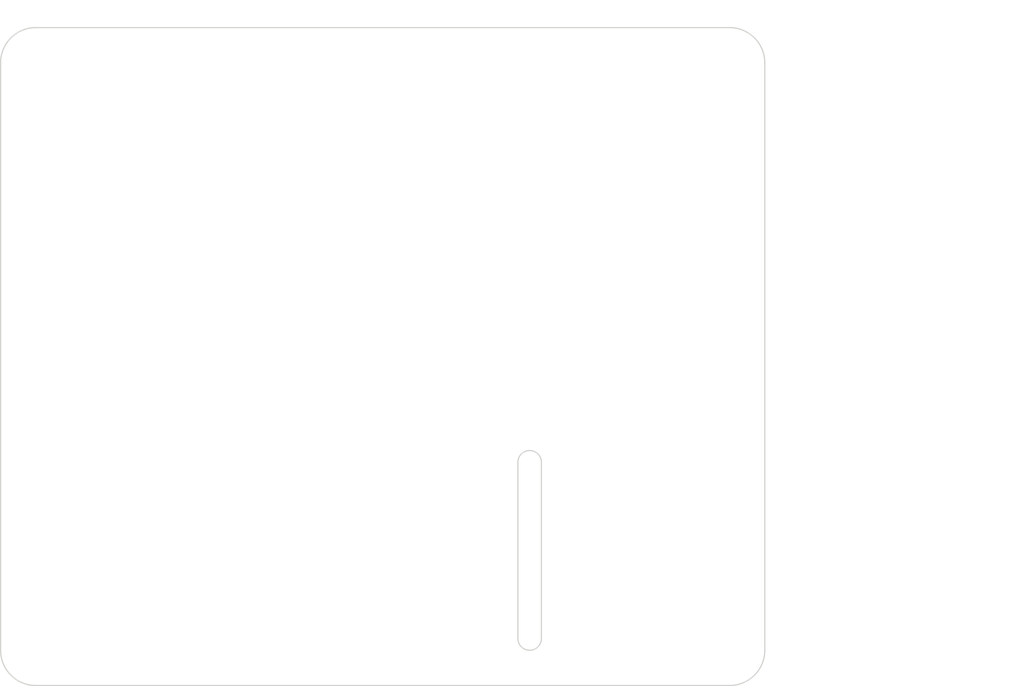
<source format=kicad_pcb>
(kicad_pcb (version 20211014) (generator pcbnew)
  (title_block (title "ArduPi") (date "2022-06-17") (rev "0.1.1") (comment 1 "Author: Muhammad Hefny") (comment 2 "Author: Shaun Lloyd") (comment 3 "License: Attribution-ShareAlike 4.0 International (CC BY-SA 4.0) "))
  (layers (0 "F.Cu" signal) (31 "B.Cu" signal) (34 "B.Paste" user) (35 "F.Paste" user) (36 "B.SilkS" user "B.Silkscreen") (37 "F.SilkS" user "F.Silkscreen") (38 "B.Mask" user) (39 "F.Mask" user) (44 "Edge.Cuts" user))
  (net 0 "")
  (footprint "MountingHole:MountingHole_2.7mm_M2.5" (layer "F.Cu") (at 161.5 47.5)
    (fp_text reference "MH2" hide)
    (fp_text value "MountingHole_2.7mm_M2.5" hide)
    (pad "" np_thru_hole circle locked (at 0 0) (size 2.7 2.7) (drill 2.7) (layers *.Cu *.Mask))
  )
  (footprint "MountingHole:MountingHole_2.7mm_M2.5" (layer "F.Cu") (at 103.5 96.5)
    (fp_text reference "MH3" hide)
    (fp_text value "MountingHole_2.7mm_M2.5" hide)
    (pad "" np_thru_hole circle locked (at 0 0) (size 2.7 2.7) (drill 2.7) (layers *.Cu *.Mask))
  )
  (footprint "MountingHole:MountingHole_2.7mm_M2.5" (layer "F.Cu") (at 103.5 47.5)
    (fp_text reference "MH1" hide)
    (fp_text value "MountingHole_2.7mm_M2.5" hide)
    (pad "" np_thru_hole circle locked (at 0 0) (size 2.7 2.7) (drill 2.7) (layers *.Cu *.Mask))
  )
  (footprint "MountingHole:MountingHole_2.7mm_M2.5" (layer "F.Cu") (at 161.5 96.5)
    (fp_text reference "MH4" hide)
    (fp_text value "MountingHole_2.7mm_M2.5" hide)
    (pad "" np_thru_hole circle locked (at 0 0) (size 2.7 2.7) (drill 2.7) (layers *.Cu *.Mask))
  )
  (gr_arc (start 162 44) (mid 164.12132 44.87868) (end 165 47) (layer "Edge.Cuts") (width 0.1))
  (gr_line (start 165 97) (end 165 47) (layer "Edge.Cuts") (width 0.1))
  (gr_line (start 100 47) (end 100 63) (layer "Edge.Cuts") (width 0.1))
  (gr_line (start 146 81) (end 146 96) (layer "Edge.Cuts") (width 0.1))
  (gr_line (start 144 96) (end 144 81) (layer "Edge.Cuts") (width 0.1))
  (gr_arc (start 103 100) (mid 100.87868 99.12132) (end 100 97) (layer "Edge.Cuts") (width 0.1))
  (gr_line (start 103 100) (end 162 100) (layer "Edge.Cuts") (width 0.1))
  (gr_arc (start 144 81) (mid 145 80) (end 146 81) (layer "Edge.Cuts") (width 0.1))
  (gr_line (start 100 63) (end 100 97) (layer "Edge.Cuts") (width 0.1))
  (gr_arc (start 165 97) (mid 164.12132 99.12132) (end 162 100) (layer "Edge.Cuts") (width 0.1))
  (gr_arc (start 100 47) (mid 100.87868 44.87868) (end 103 44) (layer "Edge.Cuts") (width 0.1))
  (gr_arc (start 146 96) (mid 145 97) (end 144 96) (layer "Edge.Cuts") (width 0.1))
  (gr_line (start 162 44) (end 103 44) (layer "Edge.Cuts") (width 0.1))
)
</source>
